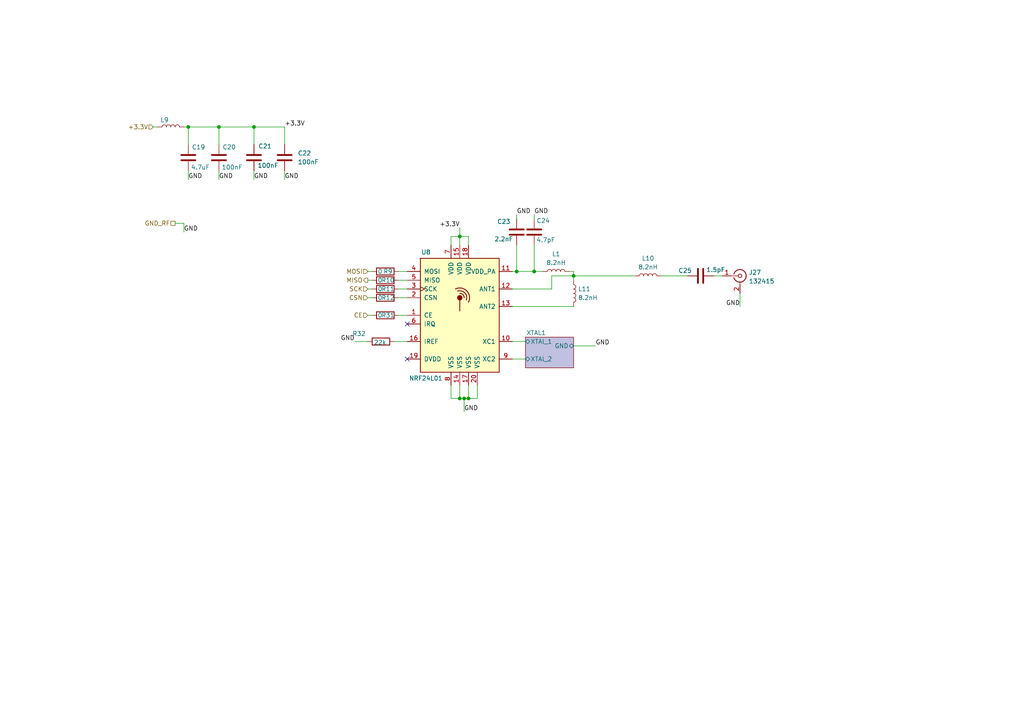
<source format=kicad_sch>
(kicad_sch (version 20231120) (generator "eeschema") (generator_version "8.0")
  (paper "A4")
  (title_block (title "RF Transmitter") (date "2024-11-03") (rev "1.0"))
  (lib_symbols
    (symbol "Connector:Conn_Coaxial" (pin_names (offset 1.016) hide)
      (property "Reference" "J" (at 0.254 3.048 0))
      (property "Value" "Conn_Coaxial" (at 2.921 0 90))
      (symbol "Conn_Coaxial_0_1"
        (arc (start -1.778 -0.508) (mid 0.2311 -1.8066) (end 1.778 0) (stroke (width 0.254)))
        (polyline (pts (xy -2.54 0) (xy -0.508 0)))
        (polyline (pts (xy 0 -2.54) (xy 0 -1.778)))
        (circle (center 0 0) (radius 0.508) (stroke (width 0.2032)))
        (arc (start 1.778 0) (mid 0.2099 1.8101) (end -1.778 0.508) (stroke (width 0.254)))
      )
      (symbol "Conn_Coaxial_1_1"
        (pin passive line (at -5.08 0 0) (length 2.54) (name "In") (number "1"))
        (pin passive line (at 0 -5.08 90) (length 2.54) (name "Ext") (number "2"))
      )
    )
    (symbol "Device:C" (pin_numbers hide) (pin_names (offset 0.254))
      (property "Reference" "C" (at 0.635 2.54 0))
      (property "Value" "C" (at 0.635 -2.54 0))
      (symbol "C_0_1"
        (polyline (pts (xy -2.032 -0.762) (xy 2.032 -0.762)) (stroke (width 0.508)))
        (polyline (pts (xy -2.032 0.762) (xy 2.032 0.762)) (stroke (width 0.508)))
      )
      (symbol "C_1_1"
        (pin passive line (at 0 3.81 270) (length 2.794) (name "~") (number "1"))
        (pin passive line (at 0 -3.81 90) (length 2.794) (name "~") (number "2"))
      )
    )
    (symbol "Device:L" (pin_numbers hide) (pin_names (offset 1.016) hide)
      (property "Reference" "L" (at -1.27 0 90))
      (property "Value" "L" (at 1.905 0 90))
      (symbol "L_0_1"
        (arc (start 0 -2.54) (mid 0.6323 -1.905) (end 0 -1.27))
        (arc (start 0 -1.27) (mid 0.6323 -0.635) (end 0 0))
        (arc (start 0 0) (mid 0.6323 0.635) (end 0 1.27))
        (arc (start 0 1.27) (mid 0.6323 1.905) (end 0 2.54))
      )
      (symbol "L_1_1"
        (pin passive line (at 0 3.81 270) (length 1.27) (name "1") (number "1"))
        (pin passive line (at 0 -3.81 90) (length 1.27) (name "2") (number "2"))
      )
    )
    (symbol "Device:R" (pin_numbers hide) (pin_names (offset 0))
      (property "Reference" "R" (at 2.032 0 90))
      (property "Value" "R" (at 0 0 90))
      (symbol "R_0_1"
        (rectangle (start -1.016 -2.54) (end 1.016 2.54) (stroke (width 0.254)))
      )
      (symbol "R_1_1"
        (pin passive line (at 0 3.81 270) (length 1.27) (name "~") (number "1"))
        (pin passive line (at 0 -3.81 90) (length 1.27) (name "~") (number "2"))
      )
    )
    (symbol "RF:NRF24L01" (pin_names (offset 1.016))
      (property "Reference" "U" (at -11.43 17.78 0))
      (property "Value" "NRF24L01" (at 5.08 17.78 0))
      (symbol "NRF24L01_0_1"
        (rectangle (start -11.43 16.51) (end 11.43 -16.51) (stroke (width 0.254)) (fill (type background)))
        (polyline (pts (xy 0 4.445) (xy 0 1.27)) (stroke (width 0.254)))
        (circle (center 0 5.08) (radius 0.635) (stroke (width 0.254)) (fill (type outline)))
        (arc (start 1.27 5.08) (mid 0.9071 5.9946) (end 0 6.35) (stroke (width 0.254)))
        (arc (start 1.905 4.445) (mid 1.4313 6.5254) (end -0.635 6.985) (stroke (width 0.254)))
        (arc (start 2.54 3.81) (mid 2.008 7.088) (end -1.27 7.62) (stroke (width 0.254)))
        (rectangle (start 11.43 -13.97) (end 11.43 -13.97))
      )
      (symbol "NRF24L01_1_1"
        (pin input line (at -15.24 0 0) (length 3.81) (name "CE") (number "1"))
        (pin passive line (at 15.24 -7.62 180) (length 3.81) (name "XC1") (number "10"))
        (pin power_out line (at 15.24 12.7 180) (length 3.81) (name "VDD_PA") (number "11"))
        (pin passive line (at 15.24 7.62 180) (length 3.81) (name "ANT1") (number "12"))
        (pin passive line (at 15.24 2.54 180) (length 3.81) (name "ANT2") (number "13"))
        (pin power_in line (at 0 -20.32 90) (length 3.81) (name "VSS") (number "14"))
        (pin power_in line (at 0 20.32 270) (length 3.81) (name "VDD") (number "15"))
        (pin passive line (at -15.24 -7.62 0) (length 3.81) (name "IREF") (number "16"))
        (pin power_in line (at 2.54 -20.32 90) (length 3.81) (name "VSS") (number "17"))
        (pin power_in line (at 2.54 20.32 270) (length 3.81) (name "VDD") (number "18"))
        (pin power_out line (at -15.24 -12.7 0) (length 3.81) (name "DVDD") (number "19"))
        (pin input line (at -15.24 5.08 0) (length 3.81) (name "CSN") (number "2"))
        (pin power_in line (at 5.08 -20.32 90) (length 3.81) (name "VSS") (number "20"))
        (pin input clock (at -15.24 7.62 0) (length 3.81) (name "SCK") (number "3"))
        (pin input line (at -15.24 12.7 0) (length 3.81) (name "MOSI") (number "4"))
        (pin output line (at -15.24 10.16 0) (length 3.81) (name "MISO") (number "5"))
        (pin output line (at -15.24 -2.54 0) (length 3.81) (name "IRQ") (number "6"))
        (pin power_in line (at -2.54 20.32 270) (length 3.81) (name "VDD") (number "7"))
        (pin power_in line (at -2.54 -20.32 90) (length 3.81) (name "VSS") (number "8"))
        (pin passive line (at 15.24 -12.7 180) (length 3.81) (name "XC2") (number "9"))
      )
    )
  )
  (junction (at 134.62 115.57))
  (junction (at 63.5 36.83))
  (junction (at 133.35 115.57))
  (junction (at 135.89 115.57))
  (junction (at 54.61 36.83))
  (junction (at 166.37 80.01))
  (junction (at 149.86 78.74))
  (junction (at 154.94 78.74))
  (junction (at 73.66 36.83))
  (junction (at 133.35 68.58))
  (no_connect (at 118.11 104.14))
  (no_connect (at 118.11 93.98))
  (wire (pts (xy 149.86 62.23) (xy 149.86 63.5)))
  (wire (pts (xy 130.81 68.58) (xy 133.35 68.58)))
  (wire (pts (xy 166.37 78.74) (xy 166.37 80.01)))
  (wire (pts (xy 154.94 62.23) (xy 154.94 63.5)))
  (wire (pts (xy 115.57 81.28) (xy 118.11 81.28)))
  (wire (pts (xy 82.55 49.53) (xy 82.55 52.07)))
  (wire (pts (xy 63.5 49.53) (xy 63.5 52.07)))
  (wire (pts (xy 53.34 36.83) (xy 54.61 36.83)))
  (wire (pts (xy 53.34 64.77) (xy 53.34 67.31)))
  (wire (pts (xy 133.35 68.58) (xy 133.35 71.12)))
  (wire (pts (xy 50.8 64.77) (xy 53.34 64.77)))
  (wire (pts (xy 207.01 80.01) (xy 209.55 80.01)))
  (wire (pts (xy 82.55 36.83) (xy 82.55 41.91)))
  (wire (pts (xy 63.5 36.83) (xy 73.66 36.83)))
  (wire (pts (xy 73.66 36.83) (xy 82.55 36.83)))
  (wire (pts (xy 54.61 36.83) (xy 54.61 41.91)))
  (wire (pts (xy 138.43 115.57) (xy 135.89 115.57)))
  (wire (pts (xy 130.81 115.57) (xy 133.35 115.57)))
  (wire (pts (xy 130.81 111.76) (xy 130.81 115.57)))
  (wire (pts (xy 54.61 49.53) (xy 54.61 52.07)))
  (wire (pts (xy 102.87 99.06) (xy 106.68 99.06)))
  (wire (pts (xy 133.35 111.76) (xy 133.35 115.57)))
  (wire (pts (xy 149.86 78.74) (xy 154.94 78.74)))
  (wire (pts (xy 160.02 80.01) (xy 166.37 80.01)))
  (wire (pts (xy 54.61 36.83) (xy 63.5 36.83)))
  (wire (pts (xy 115.57 83.82) (xy 118.11 83.82)))
  (wire (pts (xy 130.81 71.12) (xy 130.81 68.58)))
  (wire (pts (xy 135.89 68.58) (xy 133.35 68.58)))
  (wire (pts (xy 149.86 71.12) (xy 149.86 78.74)))
  (wire (pts (xy 148.59 83.82) (xy 160.02 83.82)))
  (wire (pts (xy 115.57 86.36) (xy 118.11 86.36)))
  (wire (pts (xy 160.02 83.82) (xy 160.02 80.01)))
  (wire (pts (xy 114.3 99.06) (xy 118.11 99.06)))
  (wire (pts (xy 106.68 81.28) (xy 107.95 81.28)))
  (wire (pts (xy 135.89 115.57) (xy 134.62 115.57)))
  (wire (pts (xy 44.45 36.83) (xy 45.72 36.83)))
  (wire (pts (xy 106.68 91.44) (xy 107.95 91.44)))
  (wire (pts (xy 148.59 88.9) (xy 166.37 88.9)))
  (wire (pts (xy 63.5 36.83) (xy 63.5 41.91)))
  (wire (pts (xy 73.66 49.53) (xy 73.66 52.07)))
  (wire (pts (xy 134.62 115.57) (xy 134.62 119.38)))
  (wire (pts (xy 154.94 71.12) (xy 154.94 78.74)))
  (wire (pts (xy 148.59 104.14) (xy 152.4 104.14)))
  (wire (pts (xy 138.43 111.76) (xy 138.43 115.57)))
  (wire (pts (xy 73.66 36.83) (xy 73.66 41.91)))
  (wire (pts (xy 135.89 111.76) (xy 135.89 115.57)))
  (wire (pts (xy 106.68 83.82) (xy 107.95 83.82)))
  (wire (pts (xy 148.59 78.74) (xy 149.86 78.74)))
  (wire (pts (xy 148.59 99.06) (xy 152.4 99.06)))
  (wire (pts (xy 191.77 80.01) (xy 199.39 80.01)))
  (wire (pts (xy 135.89 71.12) (xy 135.89 68.58)))
  (wire (pts (xy 106.68 86.36) (xy 107.95 86.36)))
  (wire (pts (xy 106.68 78.74) (xy 107.95 78.74)))
  (wire (pts (xy 166.37 80.01) (xy 166.37 81.28)))
  (wire (pts (xy 214.63 85.09) (xy 214.63 88.9)))
  (wire (pts (xy 133.35 115.57) (xy 134.62 115.57)))
  (wire (pts (xy 154.94 78.74) (xy 157.48 78.74)))
  (wire (pts (xy 115.57 91.44) (xy 118.11 91.44)))
  (wire (pts (xy 166.37 80.01) (xy 184.15 80.01)))
  (wire (pts (xy 165.1 78.74) (xy 166.37 78.74)))
  (wire (pts (xy 133.35 66.04) (xy 133.35 68.58)))
  (wire (pts (xy 166.37 100.33) (xy 172.72 100.33)))
  (wire (pts (xy 115.57 78.74) (xy 118.11 78.74)))
  (label "+3.3V" (at 133.35 66.04 180))
  (label "+3.3V" (at 82.55 36.83 0))
  (label "GND" (at 102.87 99.06 180))
  (label "GND" (at 154.94 62.23 0))
  (label "GND" (at 149.86 62.23 0))
  (label "GND" (at 53.34 67.31 0))
  (label "GND" (at 54.61 52.07 0))
  (label "GND" (at 134.62 119.38 0))
  (label "GND" (at 172.72 100.33 0))
  (label "GND" (at 73.66 52.07 0))
  (label "GND" (at 82.55 52.07 0))
  (label "GND" (at 63.5 52.07 0))
  (label "GND" (at 214.63 88.9 180))
  (hierarchical_label "+3.3V" (shape input) (at 44.45 36.83 180))
  (hierarchical_label "MOSI" (shape input) (at 106.68 78.74 180))
  (hierarchical_label "GND_RF" (shape passive) (at 50.8 64.77 180))
  (hierarchical_label "SCK" (shape input) (at 106.68 83.82 180))
  (hierarchical_label "MISO" (shape output) (at 106.68 81.28 180))
  (hierarchical_label "CE" (shape input) (at 106.68 91.44 180))
  (hierarchical_label "CSN" (shape input) (at 106.68 86.36 180))
  (symbol (lib_id "Device:C") (at 82.55 45.72 0) (unit 1)
    (property "Reference" "C22" (at 86.36 44.4499 0) (effects (justify left)))
    (property "Value" "100nF" (at 86.36 46.9899 0) (effects (justify left)))
    (property "Footprint" "Capacitor_SMD:C_0603_1608Metric" (effects (hide yes)))
    (property "Description" "Unpolarized capacitor" (effects (hide yes)))
  )
  (symbol (lib_id "Connector:Conn_Coaxial") (at 214.63 80.01 0) (unit 1)
    (property "Reference" "J27" (at 217.17 79.0331 0) (effects (justify left)))
    (property "Value" "132415" (at 217.17 81.5731 0) (effects (justify left)))
    (property "Footprint" "Connector_Coaxial:SMA_Molex_73251-1153_EdgeMount_Horizontal" (effects (hide yes)))
    (property "Datasheet" " ~" (effects (hide yes)))
    (property "Description" "coaxial connector (BNC, SMA, SMB, SMC, Cinch/RCA, LEMO, ...)" (effects (hide yes)))
  )
  (symbol (lib_id "Device:R") (at 111.76 81.28 90) (unit 1)
    (property "Reference" "R10" (at 112.522 81.28 90))
    (property "Value" "0" (at 110.236 81.28 90))
    (property "Footprint" "Resistor_SMD:R_0603_1608Metric" (effects (hide yes)))
  )
  (symbol (lib_id "Device:R") (at 111.76 83.82 90) (unit 1)
    (property "Reference" "R11" (at 112.522 83.82 90))
    (property "Value" "0" (at 110.236 83.82 90))
    (property "Footprint" "Resistor_SMD:R_0603_1608Metric" (effects (hide yes)))
  )
  (symbol (lib_id "Device:R") (at 110.49 99.06 90) (unit 1)
    (property "Reference" "R32" (at 104.14 96.774 90))
    (property "Value" "22k" (at 110.236 99.314 90))
    (property "Footprint" "Resistor_SMD:R_0603_1608Metric" (effects (hide yes)))
  )
  (symbol (lib_id "Device:R") (at 111.76 78.74 90) (unit 1)
    (property "Reference" "R9" (at 112.522 78.74 90))
    (property "Value" "0" (at 110.236 78.74 90))
    (property "Footprint" "Resistor_SMD:R_0603_1608Metric" (effects (hide yes)))
  )
  (symbol (lib_id "Device:R") (at 111.76 86.36 90) (unit 1)
    (property "Reference" "R12" (at 112.522 86.36 90))
    (property "Value" "0" (at 110.236 86.36 90))
    (property "Footprint" "Resistor_SMD:R_0603_1608Metric" (effects (hide yes)))
  )
  (symbol (lib_id "Device:C") (at 73.66 45.72 0) (unit 1)
    (property "Reference" "C21" (at 74.93 42.418 0) (effects (justify left)))
    (property "Value" "100nF" (at 74.676 48.006 0) (effects (justify left)))
    (property "Footprint" "Capacitor_SMD:C_0603_1608Metric" (effects (hide yes)))
    (property "Description" "Unpolarized capacitor" (effects (hide yes)))
  )
  (symbol (lib_id "Device:C") (at 63.5 45.72 0) (unit 1)
    (property "Reference" "C20" (at 64.516 42.672 0) (effects (justify left)))
    (property "Value" "100nF" (at 64.262 48.514 0) (effects (justify left)))
    (property "Footprint" "Capacitor_SMD:C_0603_1608Metric" (effects (hide yes)))
    (property "Description" "Unpolarized capacitor" (effects (hide yes)))
  )
  (symbol (lib_id "Device:L") (at 187.96 80.01 90) (unit 1)
    (property "Reference" "L10" (at 187.96 74.93 90))
    (property "Value" "8.2nH" (at 187.96 77.47 90))
    (property "Footprint" "Inductor_SMD:L_0603_1608Metric" (effects (hide yes)))
    (property "Description" "Inductor" (effects (hide yes)))
  )
  (symbol (lib_id "Device:C") (at 154.94 67.31 180) (unit 1)
    (property "Reference" "C24" (at 159.512 64.008 0) (effects (justify left)))
    (property "Value" "4.7pF" (at 161.036 69.596 0) (effects (justify left)))
    (property "Footprint" "Capacitor_SMD:C_0603_1608Metric" (effects (hide yes)))
    (property "Description" "Unpolarized capacitor" (effects (hide yes)))
  )
  (symbol (lib_id "Device:L") (at 49.53 36.83 90) (unit 1)
    (property "Reference" "L9" (at 46.482 34.798 90) (effects (justify right)))
    (property "Value" "MPZ1608S101ATAH0" (effects (hide yes)))
    (property "Footprint" "Inductor_SMD:L_0603_1608Metric" (effects (hide yes)))
    (property "Description" "Inductor" (effects (hide yes)))
  )
  (symbol (lib_id "Device:R") (at 111.76 91.44 90) (unit 1)
    (property "Reference" "R31" (at 112.522 91.44 90))
    (property "Value" "0" (at 110.236 91.44 90))
    (property "Footprint" "Resistor_SMD:R_0603_1608Metric" (effects (hide yes)))
  )
  (symbol (lib_id "RF:NRF24L01") (at 133.35 91.44 0) (unit 1)
    (property "Reference" "U8" (at 122.174 73.152 0) (effects (justify left)))
    (property "Value" "NRF24L01" (at 118.618 109.728 0) (effects (justify left)))
    (property "Footprint" "Package_DFN_QFN:QFN-20-1EP_4x4mm_P0.5mm_EP2.5x2.5mm" (effects (hide yes)))
    (property "Datasheet" "http://www.nordicsemi.com/eng/content/download/2730/34105/file/nRF24L01_Product_Specification_v2_0.pdf" (effects (hide yes)))
    (property "Description" "Ultra low power 2.4GHz RF Transceiver, QFN-20" (effects (hide yes)))
  )
  (symbol (lib_id "Device:L") (at 166.37 85.09 0) (unit 1)
    (property "Reference" "L11" (at 167.64 83.8199 0) (effects (justify left)))
    (property "Value" "8.2nH" (at 167.64 86.3599 0) (effects (justify left)))
    (property "Footprint" "Inductor_SMD:L_0603_1608Metric" (effects (hide yes)))
    (property "Description" "Inductor" (effects (hide yes)))
  )
  (symbol (lib_id "Device:C") (at 149.86 67.31 180) (unit 1)
    (property "Reference" "C23" (at 148.082 64.262 0) (effects (justify left)))
    (property "Value" "2.2nF" (at 148.844 69.342 0) (effects (justify left)))
    (property "Footprint" "Capacitor_SMD:C_0603_1608Metric" (effects (hide yes)))
    (property "Description" "Unpolarized capacitor" (effects (hide yes)))
  )
  (symbol (lib_id "Device:C") (at 203.2 80.01 90) (unit 1)
    (property "Reference" "C25" (at 200.66 78.486 90) (effects (justify left)))
    (property "Value" "1.5pF" (at 210.312 78.232 90) (effects (justify left)))
    (property "Footprint" "Capacitor_SMD:C_0603_1608Metric" (effects (hide yes)))
    (property "Description" "Unpolarized capacitor" (effects (hide yes)))
  )
  (symbol (lib_id "Device:C") (at 54.61 45.72 0) (unit 1)
    (property "Reference" "C19" (at 55.626 42.672 0) (effects (justify left)))
    (property "Value" "4.7uF" (at 55.372 48.514 0) (effects (justify left)))
    (property "Footprint" "Capacitor_SMD:C_0603_1608Metric" (effects (hide yes)))
    (property "Description" "Unpolarized capacitor" (effects (hide yes)))
  )
  (symbol (lib_id "Device:L") (at 161.29 78.74 90) (unit 1)
    (property "Reference" "L1" (at 161.29 73.66 90))
    (property "Value" "8.2nH" (at 161.29 76.2 90))
    (property "Footprint" "Inductor_SMD:L_0603_1608Metric" (effects (hide yes)))
    (property "Description" "Inductor" (effects (hide yes)))
  )
  (sheet (at 152.4 97.79) (size 13.97 8.89) (stroke (width 0.1524)) (fill (color 24 24 143 0.2706))
    (property "Sheetname" "XTAL1" (at 152.654 97.282 0) (effects (justify left bottom)))
    (property "Sheetfile" "Modules/Crystal.kicad_sch" (effects (hide yes)))
    (pin "GND" bidirectional (at 166.37 100.33 0))
    (pin "XTAl_1" bidirectional (at 152.4 99.06 180))
    (pin "XTAl_2" bidirectional (at 152.4 104.14 180))
  )
)
</source>
